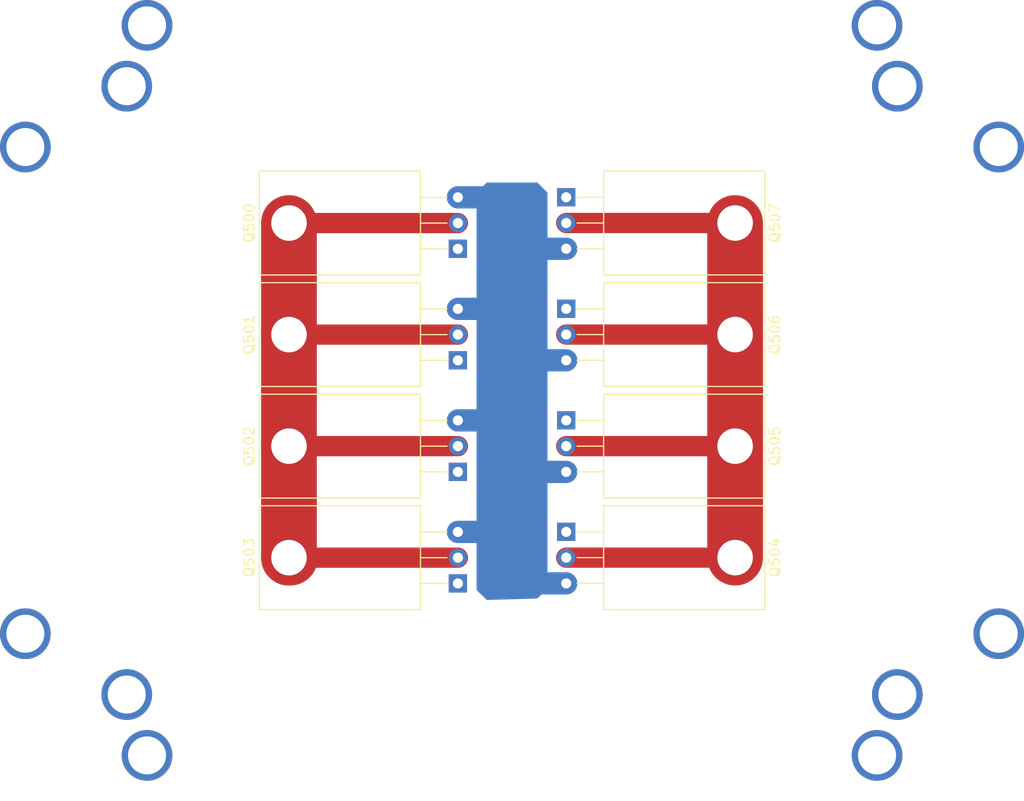
<source format=kicad_pcb>
(kicad_pcb (version 4) (host pcbnew 4.0.7)

  (general
    (links 0)
    (no_connects 1)
    (area 138.8476 51.8726 240.1524 129.9524)
    (thickness 1.6)
    (drawings 0)
    (tracks 23)
    (zones 0)
    (modules 9)
    (nets 11)
  )

  (page A4)
  (layers
    (0 F.Cu signal)
    (31 B.Cu signal)
    (32 B.Adhes user)
    (33 F.Adhes user)
    (34 B.Paste user)
    (35 F.Paste user)
    (36 B.SilkS user)
    (37 F.SilkS user)
    (38 B.Mask user)
    (39 F.Mask user)
    (40 Dwgs.User user)
    (41 Cmts.User user)
    (42 Eco1.User user)
    (43 Eco2.User user)
    (44 Edge.Cuts user)
    (45 Margin user)
    (46 B.CrtYd user)
    (47 F.CrtYd user)
    (48 B.Fab user)
    (49 F.Fab user)
  )

  (setup
    (last_trace_width 0.1524)
    (trace_clearance 0.1524)
    (zone_clearance 0.508)
    (zone_45_only no)
    (trace_min 0.1524)
    (segment_width 0.2)
    (edge_width 0.15)
    (via_size 0.6)
    (via_drill 0.3)
    (via_min_size 0.4)
    (via_min_drill 0.3)
    (uvia_size 0.3)
    (uvia_drill 0.1)
    (uvias_allowed no)
    (uvia_min_size 0.2)
    (uvia_min_drill 0.1)
    (pcb_text_width 0.3)
    (pcb_text_size 1.5 1.5)
    (mod_edge_width 0.15)
    (mod_text_size 1 1)
    (mod_text_width 0.15)
    (pad_size 1.524 1.524)
    (pad_drill 0.762)
    (pad_to_mask_clearance 0.2)
    (aux_axis_origin 0 0)
    (visible_elements 7FFFFFFF)
    (pcbplotparams
      (layerselection 0x00030_80000001)
      (usegerberextensions false)
      (excludeedgelayer true)
      (linewidth 0.100000)
      (plotframeref false)
      (viasonmask false)
      (mode 1)
      (useauxorigin false)
      (hpglpennumber 1)
      (hpglpenspeed 20)
      (hpglpendiameter 15)
      (hpglpenoverlay 2)
      (psnegative false)
      (psa4output false)
      (plotreference true)
      (plotvalue true)
      (plotinvisibletext false)
      (padsonsilk false)
      (subtractmaskfromsilk false)
      (outputformat 1)
      (mirror false)
      (drillshape 1)
      (scaleselection 1)
      (outputdirectory ""))
  )

  (net 0 "")
  (net 1 "Net-(Q500-Pad1)")
  (net 2 "Net-(Q501-Pad1)")
  (net 3 "Net-(Q502-Pad1)")
  (net 4 "Net-(Q503-Pad1)")
  (net 5 "Net-(Q504-Pad1)")
  (net 6 "Net-(Q505-Pad1)")
  (net 7 "Net-(Q506-Pad1)")
  (net 8 "Net-(Q507-Pad1)")
  (net 9 DUT+)
  (net 10 CURRENT_SENSE+)

  (net_class Default "This is the default net class."
    (clearance 0.1524)
    (trace_width 0.1524)
    (via_dia 0.6)
    (via_drill 0.3)
    (uvia_dia 0.3)
    (uvia_drill 0.1)
    (add_net CURRENT_SENSE+)
    (add_net DUT+)
    (add_net "Net-(Q500-Pad1)")
    (add_net "Net-(Q501-Pad1)")
    (add_net "Net-(Q502-Pad1)")
    (add_net "Net-(Q503-Pad1)")
    (add_net "Net-(Q504-Pad1)")
    (add_net "Net-(Q505-Pad1)")
    (add_net "Net-(Q506-Pad1)")
    (add_net "Net-(Q507-Pad1)")
  )

  (module pc_cooler_mount:PC_COOLER_MOUNT (layer F.Cu) (tedit 59A02E48) (tstamp 59A5D8DE)
    (at 189.5 91.3)
    (fp_text reference REF** (at 19.5 -38.5) (layer F.SilkS) hide
      (effects (font (size 1 1) (thickness 0.15)))
    )
    (fp_text value WATERCOOLER_MOUNT (at 25.5 -37) (layer F.Fab)
      (effects (font (size 1 1) (thickness 0.15)))
    )
    (fp_text user LGA775 (at 0 38.5) (layer F.Fab)
      (effects (font (size 3 3) (thickness 0.15)))
    )
    (fp_text user "HOT ZONE" (at 0 0) (layer F.Fab)
      (effects (font (size 4 4) (thickness 0.15)))
    )
    (fp_line (start 20.5 20.5) (end -20.5 20.5) (layer F.Fab) (width 0.15))
    (fp_line (start -48 -24) (end 48 -24) (layer F.Fab) (width 0.15))
    (fp_line (start -48 24) (end -48 -24) (layer F.Fab) (width 0.15))
    (fp_line (start -20.5 -20.5) (end -20.5 20.5) (layer F.Fab) (width 0.15))
    (fp_line (start -20.5 -20.5) (end 20.5 -20.5) (layer F.Fab) (width 0.15))
    (fp_line (start 20.5 20.5) (end 20.5 -20.5) (layer F.Fab) (width 0.15))
    (fp_line (start -48 24) (end 48 24) (layer F.Fab) (width 0.15))
    (fp_line (start 48 24) (end 48 -24) (layer F.Fab) (width 0.15))
    (fp_line (start -36 -36) (end 36 -36) (layer F.Fab) (width 0.15))
    (fp_line (start 36 36) (end -36 36) (layer F.Fab) (width 0.15))
    (fp_line (start 36 36) (end 36 -36) (layer F.Fab) (width 0.15))
    (fp_line (start -36 -36) (end -36 36) (layer F.Fab) (width 0.15))
    (fp_text user AM2/AM3 (at 0 26.5) (layer F.Fab)
      (effects (font (size 3 3) (thickness 0.15)))
    )
    (fp_line (start -38 -30) (end 38 -30) (layer F.Fab) (width 0.15))
    (fp_line (start 38 30) (end 38 -30) (layer F.Fab) (width 0.15))
    (fp_line (start -38 30) (end 38 30) (layer F.Fab) (width 0.15))
    (fp_line (start -38 30) (end -38 -30) (layer F.Fab) (width 0.15))
    (fp_text user "Socket 478" (at 0 32.5) (layer F.Fab)
      (effects (font (size 3 3) (thickness 0.15)))
    )
    (pad 1 thru_hole circle (at 48 -24) (size 5 5) (drill 3.75) (layers *.Cu *.Mask))
    (pad 1 thru_hole circle (at -48 -24) (size 5 5) (drill 3.75) (layers *.Cu *.Mask))
    (pad 1 thru_hole circle (at 48 24) (size 5 5) (drill 3.75) (layers *.Cu *.Mask))
    (pad 1 thru_hole circle (at -48 24) (size 5 5) (drill 3.75) (layers *.Cu *.Mask))
    (pad 1 thru_hole circle (at 36 -36) (size 5 5) (drill 3.75) (layers *.Cu *.Mask))
    (pad 1 thru_hole circle (at 36 36) (size 5 5) (drill 3.75) (layers *.Cu *.Mask))
    (pad 1 thru_hole circle (at -36 36) (size 5 5) (drill 3.75) (layers *.Cu *.Mask))
    (pad 1 thru_hole circle (at -36 -36) (size 5 5) (drill 3.75) (layers *.Cu *.Mask))
    (pad 1 thru_hole circle (at -38 30) (size 5 5) (drill 3.75) (layers *.Cu *.Mask))
    (pad 1 thru_hole circle (at 38 30) (size 5 5) (drill 3.75) (layers *.Cu *.Mask))
    (pad 1 thru_hole circle (at 38 -30) (size 5 5) (drill 3.75) (layers *.Cu *.Mask))
    (pad 1 thru_hole circle (at -38 -30) (size 5 5) (drill 3.75) (layers *.Cu *.Mask))
  )

  (module TO-220_plated_mount:TO-220_Horizontal (layer F.Cu) (tedit 59ACCCFB) (tstamp 59ADB39D)
    (at 184.16 77.34 90)
    (descr "TO-220, Horizontal, RM 2.54mm")
    (tags "TO-220 Horizontal RM 2.54mm")
    (path /59AB2D08)
    (fp_text reference Q500 (at 2.54 -20.58 90) (layer F.SilkS)
      (effects (font (size 1 1) (thickness 0.15)))
    )
    (fp_text value IRFZ24NPbF (at 2.54 1.9 90) (layer F.Fab)
      (effects (font (size 1 1) (thickness 0.15)))
    )
    (fp_text user %R (at 2.54 -20.58 90) (layer F.Fab)
      (effects (font (size 1 1) (thickness 0.15)))
    )
    (fp_line (start -2.46 -13.06) (end -2.46 -19.46) (layer F.Fab) (width 0.1))
    (fp_line (start -2.46 -19.46) (end 7.54 -19.46) (layer F.Fab) (width 0.1))
    (fp_line (start 7.54 -19.46) (end 7.54 -13.06) (layer F.Fab) (width 0.1))
    (fp_line (start 7.54 -13.06) (end -2.46 -13.06) (layer F.Fab) (width 0.1))
    (fp_line (start -2.46 -3.81) (end -2.46 -13.06) (layer F.Fab) (width 0.1))
    (fp_line (start -2.46 -13.06) (end 7.54 -13.06) (layer F.Fab) (width 0.1))
    (fp_line (start 7.54 -13.06) (end 7.54 -3.81) (layer F.Fab) (width 0.1))
    (fp_line (start 7.54 -3.81) (end -2.46 -3.81) (layer F.Fab) (width 0.1))
    (fp_line (start 0 -3.81) (end 0 0) (layer F.Fab) (width 0.1))
    (fp_line (start 2.54 -3.81) (end 2.54 0) (layer F.Fab) (width 0.1))
    (fp_line (start 5.08 -3.81) (end 5.08 0) (layer F.Fab) (width 0.1))
    (fp_line (start -2.58 -3.69) (end 7.66 -3.69) (layer F.SilkS) (width 0.12))
    (fp_line (start -2.58 -19.58) (end 7.66 -19.58) (layer F.SilkS) (width 0.12))
    (fp_line (start -2.58 -19.58) (end -2.58 -3.69) (layer F.SilkS) (width 0.12))
    (fp_line (start 7.66 -19.58) (end 7.66 -3.69) (layer F.SilkS) (width 0.12))
    (fp_line (start 0 -3.69) (end 0 -1.05) (layer F.SilkS) (width 0.12))
    (fp_line (start 2.54 -3.69) (end 2.54 -1.066) (layer F.SilkS) (width 0.12))
    (fp_line (start 5.08 -3.69) (end 5.08 -1.066) (layer F.SilkS) (width 0.12))
    (fp_line (start -2.71 -19.71) (end -2.71 1.15) (layer F.CrtYd) (width 0.05))
    (fp_line (start -2.71 1.15) (end 7.79 1.15) (layer F.CrtYd) (width 0.05))
    (fp_line (start 7.79 1.15) (end 7.79 -19.71) (layer F.CrtYd) (width 0.05))
    (fp_line (start 7.79 -19.71) (end -2.71 -19.71) (layer F.CrtYd) (width 0.05))
    (fp_circle (center 2.54 -16.66) (end 4.39 -16.66) (layer F.Fab) (width 0.1))
    (pad 4 thru_hole oval (at 2.54 -16.66 90) (size 3.5 3.5) (drill 3.5) (layers *.Cu *.Mask)
      (net 9 DUT+))
    (pad 1 thru_hole rect (at 0 0 90) (size 1.8 1.8) (drill 1) (layers *.Cu *.Mask)
      (net 1 "Net-(Q500-Pad1)"))
    (pad 2 thru_hole oval (at 2.54 0 90) (size 1.8 1.8) (drill 1) (layers *.Cu *.Mask)
      (net 9 DUT+))
    (pad 3 thru_hole oval (at 5.08 0 90) (size 1.8 1.8) (drill 1) (layers *.Cu *.Mask)
      (net 10 CURRENT_SENSE+))
    (model ${KISYS3DMOD}/TO_SOT_Packages_THT.3dshapes/TO-220_Horizontal.wrl
      (at (xyz 0.1 0 0))
      (scale (xyz 0.393701 0.393701 0.393701))
      (rotate (xyz 0 0 0))
    )
  )

  (module TO-220_plated_mount:TO-220_Horizontal (layer F.Cu) (tedit 59ACCCFB) (tstamp 59ADB3BD)
    (at 184.16 88.34 90)
    (descr "TO-220, Horizontal, RM 2.54mm")
    (tags "TO-220 Horizontal RM 2.54mm")
    (path /59ACCDAE)
    (fp_text reference Q501 (at 2.54 -20.58 90) (layer F.SilkS)
      (effects (font (size 1 1) (thickness 0.15)))
    )
    (fp_text value IRFZ24NPbF (at 2.54 1.9 90) (layer F.Fab)
      (effects (font (size 1 1) (thickness 0.15)))
    )
    (fp_text user %R (at 2.54 -20.58 90) (layer F.Fab)
      (effects (font (size 1 1) (thickness 0.15)))
    )
    (fp_line (start -2.46 -13.06) (end -2.46 -19.46) (layer F.Fab) (width 0.1))
    (fp_line (start -2.46 -19.46) (end 7.54 -19.46) (layer F.Fab) (width 0.1))
    (fp_line (start 7.54 -19.46) (end 7.54 -13.06) (layer F.Fab) (width 0.1))
    (fp_line (start 7.54 -13.06) (end -2.46 -13.06) (layer F.Fab) (width 0.1))
    (fp_line (start -2.46 -3.81) (end -2.46 -13.06) (layer F.Fab) (width 0.1))
    (fp_line (start -2.46 -13.06) (end 7.54 -13.06) (layer F.Fab) (width 0.1))
    (fp_line (start 7.54 -13.06) (end 7.54 -3.81) (layer F.Fab) (width 0.1))
    (fp_line (start 7.54 -3.81) (end -2.46 -3.81) (layer F.Fab) (width 0.1))
    (fp_line (start 0 -3.81) (end 0 0) (layer F.Fab) (width 0.1))
    (fp_line (start 2.54 -3.81) (end 2.54 0) (layer F.Fab) (width 0.1))
    (fp_line (start 5.08 -3.81) (end 5.08 0) (layer F.Fab) (width 0.1))
    (fp_line (start -2.58 -3.69) (end 7.66 -3.69) (layer F.SilkS) (width 0.12))
    (fp_line (start -2.58 -19.58) (end 7.66 -19.58) (layer F.SilkS) (width 0.12))
    (fp_line (start -2.58 -19.58) (end -2.58 -3.69) (layer F.SilkS) (width 0.12))
    (fp_line (start 7.66 -19.58) (end 7.66 -3.69) (layer F.SilkS) (width 0.12))
    (fp_line (start 0 -3.69) (end 0 -1.05) (layer F.SilkS) (width 0.12))
    (fp_line (start 2.54 -3.69) (end 2.54 -1.066) (layer F.SilkS) (width 0.12))
    (fp_line (start 5.08 -3.69) (end 5.08 -1.066) (layer F.SilkS) (width 0.12))
    (fp_line (start -2.71 -19.71) (end -2.71 1.15) (layer F.CrtYd) (width 0.05))
    (fp_line (start -2.71 1.15) (end 7.79 1.15) (layer F.CrtYd) (width 0.05))
    (fp_line (start 7.79 1.15) (end 7.79 -19.71) (layer F.CrtYd) (width 0.05))
    (fp_line (start 7.79 -19.71) (end -2.71 -19.71) (layer F.CrtYd) (width 0.05))
    (fp_circle (center 2.54 -16.66) (end 4.39 -16.66) (layer F.Fab) (width 0.1))
    (pad 4 thru_hole oval (at 2.54 -16.66 90) (size 3.5 3.5) (drill 3.5) (layers *.Cu *.Mask)
      (net 9 DUT+))
    (pad 1 thru_hole rect (at 0 0 90) (size 1.8 1.8) (drill 1) (layers *.Cu *.Mask)
      (net 2 "Net-(Q501-Pad1)"))
    (pad 2 thru_hole oval (at 2.54 0 90) (size 1.8 1.8) (drill 1) (layers *.Cu *.Mask)
      (net 9 DUT+))
    (pad 3 thru_hole oval (at 5.08 0 90) (size 1.8 1.8) (drill 1) (layers *.Cu *.Mask)
      (net 10 CURRENT_SENSE+))
    (model ${KISYS3DMOD}/TO_SOT_Packages_THT.3dshapes/TO-220_Horizontal.wrl
      (at (xyz 0.1 0 0))
      (scale (xyz 0.393701 0.393701 0.393701))
      (rotate (xyz 0 0 0))
    )
  )

  (module TO-220_plated_mount:TO-220_Horizontal (layer F.Cu) (tedit 59ACCCFB) (tstamp 59ADB3DD)
    (at 184.16 99.34 90)
    (descr "TO-220, Horizontal, RM 2.54mm")
    (tags "TO-220 Horizontal RM 2.54mm")
    (path /59ACCE36)
    (fp_text reference Q502 (at 2.54 -20.58 90) (layer F.SilkS)
      (effects (font (size 1 1) (thickness 0.15)))
    )
    (fp_text value IRFZ24NPbF (at 2.54 1.9 90) (layer F.Fab)
      (effects (font (size 1 1) (thickness 0.15)))
    )
    (fp_text user %R (at 2.54 -20.58 90) (layer F.Fab)
      (effects (font (size 1 1) (thickness 0.15)))
    )
    (fp_line (start -2.46 -13.06) (end -2.46 -19.46) (layer F.Fab) (width 0.1))
    (fp_line (start -2.46 -19.46) (end 7.54 -19.46) (layer F.Fab) (width 0.1))
    (fp_line (start 7.54 -19.46) (end 7.54 -13.06) (layer F.Fab) (width 0.1))
    (fp_line (start 7.54 -13.06) (end -2.46 -13.06) (layer F.Fab) (width 0.1))
    (fp_line (start -2.46 -3.81) (end -2.46 -13.06) (layer F.Fab) (width 0.1))
    (fp_line (start -2.46 -13.06) (end 7.54 -13.06) (layer F.Fab) (width 0.1))
    (fp_line (start 7.54 -13.06) (end 7.54 -3.81) (layer F.Fab) (width 0.1))
    (fp_line (start 7.54 -3.81) (end -2.46 -3.81) (layer F.Fab) (width 0.1))
    (fp_line (start 0 -3.81) (end 0 0) (layer F.Fab) (width 0.1))
    (fp_line (start 2.54 -3.81) (end 2.54 0) (layer F.Fab) (width 0.1))
    (fp_line (start 5.08 -3.81) (end 5.08 0) (layer F.Fab) (width 0.1))
    (fp_line (start -2.58 -3.69) (end 7.66 -3.69) (layer F.SilkS) (width 0.12))
    (fp_line (start -2.58 -19.58) (end 7.66 -19.58) (layer F.SilkS) (width 0.12))
    (fp_line (start -2.58 -19.58) (end -2.58 -3.69) (layer F.SilkS) (width 0.12))
    (fp_line (start 7.66 -19.58) (end 7.66 -3.69) (layer F.SilkS) (width 0.12))
    (fp_line (start 0 -3.69) (end 0 -1.05) (layer F.SilkS) (width 0.12))
    (fp_line (start 2.54 -3.69) (end 2.54 -1.066) (layer F.SilkS) (width 0.12))
    (fp_line (start 5.08 -3.69) (end 5.08 -1.066) (layer F.SilkS) (width 0.12))
    (fp_line (start -2.71 -19.71) (end -2.71 1.15) (layer F.CrtYd) (width 0.05))
    (fp_line (start -2.71 1.15) (end 7.79 1.15) (layer F.CrtYd) (width 0.05))
    (fp_line (start 7.79 1.15) (end 7.79 -19.71) (layer F.CrtYd) (width 0.05))
    (fp_line (start 7.79 -19.71) (end -2.71 -19.71) (layer F.CrtYd) (width 0.05))
    (fp_circle (center 2.54 -16.66) (end 4.39 -16.66) (layer F.Fab) (width 0.1))
    (pad 4 thru_hole oval (at 2.54 -16.66 90) (size 3.5 3.5) (drill 3.5) (layers *.Cu *.Mask)
      (net 9 DUT+))
    (pad 1 thru_hole rect (at 0 0 90) (size 1.8 1.8) (drill 1) (layers *.Cu *.Mask)
      (net 3 "Net-(Q502-Pad1)"))
    (pad 2 thru_hole oval (at 2.54 0 90) (size 1.8 1.8) (drill 1) (layers *.Cu *.Mask)
      (net 9 DUT+))
    (pad 3 thru_hole oval (at 5.08 0 90) (size 1.8 1.8) (drill 1) (layers *.Cu *.Mask)
      (net 10 CURRENT_SENSE+))
    (model ${KISYS3DMOD}/TO_SOT_Packages_THT.3dshapes/TO-220_Horizontal.wrl
      (at (xyz 0.1 0 0))
      (scale (xyz 0.393701 0.393701 0.393701))
      (rotate (xyz 0 0 0))
    )
  )

  (module TO-220_plated_mount:TO-220_Horizontal (layer F.Cu) (tedit 59ACCCFB) (tstamp 59ADB3FD)
    (at 184.16 110.34 90)
    (descr "TO-220, Horizontal, RM 2.54mm")
    (tags "TO-220 Horizontal RM 2.54mm")
    (path /59ACCE7B)
    (fp_text reference Q503 (at 2.54 -20.58 90) (layer F.SilkS)
      (effects (font (size 1 1) (thickness 0.15)))
    )
    (fp_text value IRFZ24NPbF (at 2.54 1.9 90) (layer F.Fab)
      (effects (font (size 1 1) (thickness 0.15)))
    )
    (fp_text user %R (at 2.54 -20.58 90) (layer F.Fab)
      (effects (font (size 1 1) (thickness 0.15)))
    )
    (fp_line (start -2.46 -13.06) (end -2.46 -19.46) (layer F.Fab) (width 0.1))
    (fp_line (start -2.46 -19.46) (end 7.54 -19.46) (layer F.Fab) (width 0.1))
    (fp_line (start 7.54 -19.46) (end 7.54 -13.06) (layer F.Fab) (width 0.1))
    (fp_line (start 7.54 -13.06) (end -2.46 -13.06) (layer F.Fab) (width 0.1))
    (fp_line (start -2.46 -3.81) (end -2.46 -13.06) (layer F.Fab) (width 0.1))
    (fp_line (start -2.46 -13.06) (end 7.54 -13.06) (layer F.Fab) (width 0.1))
    (fp_line (start 7.54 -13.06) (end 7.54 -3.81) (layer F.Fab) (width 0.1))
    (fp_line (start 7.54 -3.81) (end -2.46 -3.81) (layer F.Fab) (width 0.1))
    (fp_line (start 0 -3.81) (end 0 0) (layer F.Fab) (width 0.1))
    (fp_line (start 2.54 -3.81) (end 2.54 0) (layer F.Fab) (width 0.1))
    (fp_line (start 5.08 -3.81) (end 5.08 0) (layer F.Fab) (width 0.1))
    (fp_line (start -2.58 -3.69) (end 7.66 -3.69) (layer F.SilkS) (width 0.12))
    (fp_line (start -2.58 -19.58) (end 7.66 -19.58) (layer F.SilkS) (width 0.12))
    (fp_line (start -2.58 -19.58) (end -2.58 -3.69) (layer F.SilkS) (width 0.12))
    (fp_line (start 7.66 -19.58) (end 7.66 -3.69) (layer F.SilkS) (width 0.12))
    (fp_line (start 0 -3.69) (end 0 -1.05) (layer F.SilkS) (width 0.12))
    (fp_line (start 2.54 -3.69) (end 2.54 -1.066) (layer F.SilkS) (width 0.12))
    (fp_line (start 5.08 -3.69) (end 5.08 -1.066) (layer F.SilkS) (width 0.12))
    (fp_line (start -2.71 -19.71) (end -2.71 1.15) (layer F.CrtYd) (width 0.05))
    (fp_line (start -2.71 1.15) (end 7.79 1.15) (layer F.CrtYd) (width 0.05))
    (fp_line (start 7.79 1.15) (end 7.79 -19.71) (layer F.CrtYd) (width 0.05))
    (fp_line (start 7.79 -19.71) (end -2.71 -19.71) (layer F.CrtYd) (width 0.05))
    (fp_circle (center 2.54 -16.66) (end 4.39 -16.66) (layer F.Fab) (width 0.1))
    (pad 4 thru_hole oval (at 2.54 -16.66 90) (size 3.5 3.5) (drill 3.5) (layers *.Cu *.Mask)
      (net 9 DUT+))
    (pad 1 thru_hole rect (at 0 0 90) (size 1.8 1.8) (drill 1) (layers *.Cu *.Mask)
      (net 4 "Net-(Q503-Pad1)"))
    (pad 2 thru_hole oval (at 2.54 0 90) (size 1.8 1.8) (drill 1) (layers *.Cu *.Mask)
      (net 9 DUT+))
    (pad 3 thru_hole oval (at 5.08 0 90) (size 1.8 1.8) (drill 1) (layers *.Cu *.Mask)
      (net 10 CURRENT_SENSE+))
    (model ${KISYS3DMOD}/TO_SOT_Packages_THT.3dshapes/TO-220_Horizontal.wrl
      (at (xyz 0.1 0 0))
      (scale (xyz 0.393701 0.393701 0.393701))
      (rotate (xyz 0 0 0))
    )
  )

  (module TO-220_plated_mount:TO-220_Horizontal (layer F.Cu) (tedit 59ACCCFB) (tstamp 59ADB41D)
    (at 194.84 105.255 270)
    (descr "TO-220, Horizontal, RM 2.54mm")
    (tags "TO-220 Horizontal RM 2.54mm")
    (path /59ACCF2E)
    (fp_text reference Q504 (at 2.54 -20.58 270) (layer F.SilkS)
      (effects (font (size 1 1) (thickness 0.15)))
    )
    (fp_text value IRFZ24NPbF (at 2.54 1.9 270) (layer F.Fab)
      (effects (font (size 1 1) (thickness 0.15)))
    )
    (fp_text user %R (at 2.54 -20.58 270) (layer F.Fab)
      (effects (font (size 1 1) (thickness 0.15)))
    )
    (fp_line (start -2.46 -13.06) (end -2.46 -19.46) (layer F.Fab) (width 0.1))
    (fp_line (start -2.46 -19.46) (end 7.54 -19.46) (layer F.Fab) (width 0.1))
    (fp_line (start 7.54 -19.46) (end 7.54 -13.06) (layer F.Fab) (width 0.1))
    (fp_line (start 7.54 -13.06) (end -2.46 -13.06) (layer F.Fab) (width 0.1))
    (fp_line (start -2.46 -3.81) (end -2.46 -13.06) (layer F.Fab) (width 0.1))
    (fp_line (start -2.46 -13.06) (end 7.54 -13.06) (layer F.Fab) (width 0.1))
    (fp_line (start 7.54 -13.06) (end 7.54 -3.81) (layer F.Fab) (width 0.1))
    (fp_line (start 7.54 -3.81) (end -2.46 -3.81) (layer F.Fab) (width 0.1))
    (fp_line (start 0 -3.81) (end 0 0) (layer F.Fab) (width 0.1))
    (fp_line (start 2.54 -3.81) (end 2.54 0) (layer F.Fab) (width 0.1))
    (fp_line (start 5.08 -3.81) (end 5.08 0) (layer F.Fab) (width 0.1))
    (fp_line (start -2.58 -3.69) (end 7.66 -3.69) (layer F.SilkS) (width 0.12))
    (fp_line (start -2.58 -19.58) (end 7.66 -19.58) (layer F.SilkS) (width 0.12))
    (fp_line (start -2.58 -19.58) (end -2.58 -3.69) (layer F.SilkS) (width 0.12))
    (fp_line (start 7.66 -19.58) (end 7.66 -3.69) (layer F.SilkS) (width 0.12))
    (fp_line (start 0 -3.69) (end 0 -1.05) (layer F.SilkS) (width 0.12))
    (fp_line (start 2.54 -3.69) (end 2.54 -1.066) (layer F.SilkS) (width 0.12))
    (fp_line (start 5.08 -3.69) (end 5.08 -1.066) (layer F.SilkS) (width 0.12))
    (fp_line (start -2.71 -19.71) (end -2.71 1.15) (layer F.CrtYd) (width 0.05))
    (fp_line (start -2.71 1.15) (end 7.79 1.15) (layer F.CrtYd) (width 0.05))
    (fp_line (start 7.79 1.15) (end 7.79 -19.71) (layer F.CrtYd) (width 0.05))
    (fp_line (start 7.79 -19.71) (end -2.71 -19.71) (layer F.CrtYd) (width 0.05))
    (fp_circle (center 2.54 -16.66) (end 4.39 -16.66) (layer F.Fab) (width 0.1))
    (pad 4 thru_hole oval (at 2.54 -16.66 270) (size 3.5 3.5) (drill 3.5) (layers *.Cu *.Mask)
      (net 9 DUT+))
    (pad 1 thru_hole rect (at 0 0 270) (size 1.8 1.8) (drill 1) (layers *.Cu *.Mask)
      (net 5 "Net-(Q504-Pad1)"))
    (pad 2 thru_hole oval (at 2.54 0 270) (size 1.8 1.8) (drill 1) (layers *.Cu *.Mask)
      (net 9 DUT+))
    (pad 3 thru_hole oval (at 5.08 0 270) (size 1.8 1.8) (drill 1) (layers *.Cu *.Mask)
      (net 10 CURRENT_SENSE+))
    (model ${KISYS3DMOD}/TO_SOT_Packages_THT.3dshapes/TO-220_Horizontal.wrl
      (at (xyz 0.1 0 0))
      (scale (xyz 0.393701 0.393701 0.393701))
      (rotate (xyz 0 0 0))
    )
  )

  (module TO-220_plated_mount:TO-220_Horizontal (layer F.Cu) (tedit 59ACCCFB) (tstamp 59ADB43D)
    (at 194.84 94.26 270)
    (descr "TO-220, Horizontal, RM 2.54mm")
    (tags "TO-220 Horizontal RM 2.54mm")
    (path /59ACCFED)
    (fp_text reference Q505 (at 2.54 -20.58 270) (layer F.SilkS)
      (effects (font (size 1 1) (thickness 0.15)))
    )
    (fp_text value IRFZ24NPbF (at 2.54 1.9 270) (layer F.Fab)
      (effects (font (size 1 1) (thickness 0.15)))
    )
    (fp_text user %R (at 2.54 -20.58 270) (layer F.Fab)
      (effects (font (size 1 1) (thickness 0.15)))
    )
    (fp_line (start -2.46 -13.06) (end -2.46 -19.46) (layer F.Fab) (width 0.1))
    (fp_line (start -2.46 -19.46) (end 7.54 -19.46) (layer F.Fab) (width 0.1))
    (fp_line (start 7.54 -19.46) (end 7.54 -13.06) (layer F.Fab) (width 0.1))
    (fp_line (start 7.54 -13.06) (end -2.46 -13.06) (layer F.Fab) (width 0.1))
    (fp_line (start -2.46 -3.81) (end -2.46 -13.06) (layer F.Fab) (width 0.1))
    (fp_line (start -2.46 -13.06) (end 7.54 -13.06) (layer F.Fab) (width 0.1))
    (fp_line (start 7.54 -13.06) (end 7.54 -3.81) (layer F.Fab) (width 0.1))
    (fp_line (start 7.54 -3.81) (end -2.46 -3.81) (layer F.Fab) (width 0.1))
    (fp_line (start 0 -3.81) (end 0 0) (layer F.Fab) (width 0.1))
    (fp_line (start 2.54 -3.81) (end 2.54 0) (layer F.Fab) (width 0.1))
    (fp_line (start 5.08 -3.81) (end 5.08 0) (layer F.Fab) (width 0.1))
    (fp_line (start -2.58 -3.69) (end 7.66 -3.69) (layer F.SilkS) (width 0.12))
    (fp_line (start -2.58 -19.58) (end 7.66 -19.58) (layer F.SilkS) (width 0.12))
    (fp_line (start -2.58 -19.58) (end -2.58 -3.69) (layer F.SilkS) (width 0.12))
    (fp_line (start 7.66 -19.58) (end 7.66 -3.69) (layer F.SilkS) (width 0.12))
    (fp_line (start 0 -3.69) (end 0 -1.05) (layer F.SilkS) (width 0.12))
    (fp_line (start 2.54 -3.69) (end 2.54 -1.066) (layer F.SilkS) (width 0.12))
    (fp_line (start 5.08 -3.69) (end 5.08 -1.066) (layer F.SilkS) (width 0.12))
    (fp_line (start -2.71 -19.71) (end -2.71 1.15) (layer F.CrtYd) (width 0.05))
    (fp_line (start -2.71 1.15) (end 7.79 1.15) (layer F.CrtYd) (width 0.05))
    (fp_line (start 7.79 1.15) (end 7.79 -19.71) (layer F.CrtYd) (width 0.05))
    (fp_line (start 7.79 -19.71) (end -2.71 -19.71) (layer F.CrtYd) (width 0.05))
    (fp_circle (center 2.54 -16.66) (end 4.39 -16.66) (layer F.Fab) (width 0.1))
    (pad 4 thru_hole oval (at 2.54 -16.66 270) (size 3.5 3.5) (drill 3.5) (layers *.Cu *.Mask)
      (net 9 DUT+))
    (pad 1 thru_hole rect (at 0 0 270) (size 1.8 1.8) (drill 1) (layers *.Cu *.Mask)
      (net 6 "Net-(Q505-Pad1)"))
    (pad 2 thru_hole oval (at 2.54 0 270) (size 1.8 1.8) (drill 1) (layers *.Cu *.Mask)
      (net 9 DUT+))
    (pad 3 thru_hole oval (at 5.08 0 270) (size 1.8 1.8) (drill 1) (layers *.Cu *.Mask)
      (net 10 CURRENT_SENSE+))
    (model ${KISYS3DMOD}/TO_SOT_Packages_THT.3dshapes/TO-220_Horizontal.wrl
      (at (xyz 0.1 0 0))
      (scale (xyz 0.393701 0.393701 0.393701))
      (rotate (xyz 0 0 0))
    )
  )

  (module TO-220_plated_mount:TO-220_Horizontal (layer F.Cu) (tedit 59ACCCFB) (tstamp 59ADB45D)
    (at 194.84 83.255 270)
    (descr "TO-220, Horizontal, RM 2.54mm")
    (tags "TO-220 Horizontal RM 2.54mm")
    (path /59ACD0C3)
    (fp_text reference Q506 (at 2.54 -20.58 270) (layer F.SilkS)
      (effects (font (size 1 1) (thickness 0.15)))
    )
    (fp_text value IRFZ24NPbF (at 2.54 1.9 270) (layer F.Fab)
      (effects (font (size 1 1) (thickness 0.15)))
    )
    (fp_text user %R (at 2.54 -20.58 270) (layer F.Fab)
      (effects (font (size 1 1) (thickness 0.15)))
    )
    (fp_line (start -2.46 -13.06) (end -2.46 -19.46) (layer F.Fab) (width 0.1))
    (fp_line (start -2.46 -19.46) (end 7.54 -19.46) (layer F.Fab) (width 0.1))
    (fp_line (start 7.54 -19.46) (end 7.54 -13.06) (layer F.Fab) (width 0.1))
    (fp_line (start 7.54 -13.06) (end -2.46 -13.06) (layer F.Fab) (width 0.1))
    (fp_line (start -2.46 -3.81) (end -2.46 -13.06) (layer F.Fab) (width 0.1))
    (fp_line (start -2.46 -13.06) (end 7.54 -13.06) (layer F.Fab) (width 0.1))
    (fp_line (start 7.54 -13.06) (end 7.54 -3.81) (layer F.Fab) (width 0.1))
    (fp_line (start 7.54 -3.81) (end -2.46 -3.81) (layer F.Fab) (width 0.1))
    (fp_line (start 0 -3.81) (end 0 0) (layer F.Fab) (width 0.1))
    (fp_line (start 2.54 -3.81) (end 2.54 0) (layer F.Fab) (width 0.1))
    (fp_line (start 5.08 -3.81) (end 5.08 0) (layer F.Fab) (width 0.1))
    (fp_line (start -2.58 -3.69) (end 7.66 -3.69) (layer F.SilkS) (width 0.12))
    (fp_line (start -2.58 -19.58) (end 7.66 -19.58) (layer F.SilkS) (width 0.12))
    (fp_line (start -2.58 -19.58) (end -2.58 -3.69) (layer F.SilkS) (width 0.12))
    (fp_line (start 7.66 -19.58) (end 7.66 -3.69) (layer F.SilkS) (width 0.12))
    (fp_line (start 0 -3.69) (end 0 -1.05) (layer F.SilkS) (width 0.12))
    (fp_line (start 2.54 -3.69) (end 2.54 -1.066) (layer F.SilkS) (width 0.12))
    (fp_line (start 5.08 -3.69) (end 5.08 -1.066) (layer F.SilkS) (width 0.12))
    (fp_line (start -2.71 -19.71) (end -2.71 1.15) (layer F.CrtYd) (width 0.05))
    (fp_line (start -2.71 1.15) (end 7.79 1.15) (layer F.CrtYd) (width 0.05))
    (fp_line (start 7.79 1.15) (end 7.79 -19.71) (layer F.CrtYd) (width 0.05))
    (fp_line (start 7.79 -19.71) (end -2.71 -19.71) (layer F.CrtYd) (width 0.05))
    (fp_circle (center 2.54 -16.66) (end 4.39 -16.66) (layer F.Fab) (width 0.1))
    (pad 4 thru_hole oval (at 2.54 -16.66 270) (size 3.5 3.5) (drill 3.5) (layers *.Cu *.Mask)
      (net 9 DUT+))
    (pad 1 thru_hole rect (at 0 0 270) (size 1.8 1.8) (drill 1) (layers *.Cu *.Mask)
      (net 7 "Net-(Q506-Pad1)"))
    (pad 2 thru_hole oval (at 2.54 0 270) (size 1.8 1.8) (drill 1) (layers *.Cu *.Mask)
      (net 9 DUT+))
    (pad 3 thru_hole oval (at 5.08 0 270) (size 1.8 1.8) (drill 1) (layers *.Cu *.Mask)
      (net 10 CURRENT_SENSE+))
    (model ${KISYS3DMOD}/TO_SOT_Packages_THT.3dshapes/TO-220_Horizontal.wrl
      (at (xyz 0.1 0 0))
      (scale (xyz 0.393701 0.393701 0.393701))
      (rotate (xyz 0 0 0))
    )
  )

  (module TO-220_plated_mount:TO-220_Horizontal (layer F.Cu) (tedit 59ACCCFB) (tstamp 59ADB47D)
    (at 194.84 72.255 270)
    (descr "TO-220, Horizontal, RM 2.54mm")
    (tags "TO-220 Horizontal RM 2.54mm")
    (path /59ACD0F8)
    (fp_text reference Q507 (at 2.54 -20.58 270) (layer F.SilkS)
      (effects (font (size 1 1) (thickness 0.15)))
    )
    (fp_text value IRFZ24NPbF (at 2.54 1.9 270) (layer F.Fab)
      (effects (font (size 1 1) (thickness 0.15)))
    )
    (fp_text user %R (at 2.54 -20.58 270) (layer F.Fab)
      (effects (font (size 1 1) (thickness 0.15)))
    )
    (fp_line (start -2.46 -13.06) (end -2.46 -19.46) (layer F.Fab) (width 0.1))
    (fp_line (start -2.46 -19.46) (end 7.54 -19.46) (layer F.Fab) (width 0.1))
    (fp_line (start 7.54 -19.46) (end 7.54 -13.06) (layer F.Fab) (width 0.1))
    (fp_line (start 7.54 -13.06) (end -2.46 -13.06) (layer F.Fab) (width 0.1))
    (fp_line (start -2.46 -3.81) (end -2.46 -13.06) (layer F.Fab) (width 0.1))
    (fp_line (start -2.46 -13.06) (end 7.54 -13.06) (layer F.Fab) (width 0.1))
    (fp_line (start 7.54 -13.06) (end 7.54 -3.81) (layer F.Fab) (width 0.1))
    (fp_line (start 7.54 -3.81) (end -2.46 -3.81) (layer F.Fab) (width 0.1))
    (fp_line (start 0 -3.81) (end 0 0) (layer F.Fab) (width 0.1))
    (fp_line (start 2.54 -3.81) (end 2.54 0) (layer F.Fab) (width 0.1))
    (fp_line (start 5.08 -3.81) (end 5.08 0) (layer F.Fab) (width 0.1))
    (fp_line (start -2.58 -3.69) (end 7.66 -3.69) (layer F.SilkS) (width 0.12))
    (fp_line (start -2.58 -19.58) (end 7.66 -19.58) (layer F.SilkS) (width 0.12))
    (fp_line (start -2.58 -19.58) (end -2.58 -3.69) (layer F.SilkS) (width 0.12))
    (fp_line (start 7.66 -19.58) (end 7.66 -3.69) (layer F.SilkS) (width 0.12))
    (fp_line (start 0 -3.69) (end 0 -1.05) (layer F.SilkS) (width 0.12))
    (fp_line (start 2.54 -3.69) (end 2.54 -1.066) (layer F.SilkS) (width 0.12))
    (fp_line (start 5.08 -3.69) (end 5.08 -1.066) (layer F.SilkS) (width 0.12))
    (fp_line (start -2.71 -19.71) (end -2.71 1.15) (layer F.CrtYd) (width 0.05))
    (fp_line (start -2.71 1.15) (end 7.79 1.15) (layer F.CrtYd) (width 0.05))
    (fp_line (start 7.79 1.15) (end 7.79 -19.71) (layer F.CrtYd) (width 0.05))
    (fp_line (start 7.79 -19.71) (end -2.71 -19.71) (layer F.CrtYd) (width 0.05))
    (fp_circle (center 2.54 -16.66) (end 4.39 -16.66) (layer F.Fab) (width 0.1))
    (pad 4 thru_hole oval (at 2.54 -16.66 270) (size 3.5 3.5) (drill 3.5) (layers *.Cu *.Mask)
      (net 9 DUT+))
    (pad 1 thru_hole rect (at 0 0 270) (size 1.8 1.8) (drill 1) (layers *.Cu *.Mask)
      (net 8 "Net-(Q507-Pad1)"))
    (pad 2 thru_hole oval (at 2.54 0 270) (size 1.8 1.8) (drill 1) (layers *.Cu *.Mask)
      (net 9 DUT+))
    (pad 3 thru_hole oval (at 5.08 0 270) (size 1.8 1.8) (drill 1) (layers *.Cu *.Mask)
      (net 10 CURRENT_SENSE+))
    (model ${KISYS3DMOD}/TO_SOT_Packages_THT.3dshapes/TO-220_Horizontal.wrl
      (at (xyz 0.1 0 0))
      (scale (xyz 0.393701 0.393701 0.393701))
      (rotate (xyz 0 0 0))
    )
  )

  (segment (start 167.6 107.8) (end 167.5 107.8) (width 5.5) (layer F.Cu) (net 9))
  (segment (start 211.5 85.795) (end 211.5 74.795) (width 5.5) (layer F.Cu) (net 9))
  (segment (start 211.5 96.8) (end 211.5 85.795) (width 5.5) (layer F.Cu) (net 9))
  (segment (start 211.5 107.795) (end 211.5 96.8) (width 5.5) (layer F.Cu) (net 9))
  (segment (start 167.5 96.8) (end 167.5 107.8) (width 5.5) (layer F.Cu) (net 9))
  (segment (start 167.5 85.8) (end 167.5 96.8) (width 5.5) (layer F.Cu) (net 9))
  (segment (start 167.5 74.8) (end 167.5 85.8) (width 5.5) (layer F.Cu) (net 9))
  (segment (start 194.84 74.795) (end 211.5 74.795) (width 2) (layer F.Cu) (net 9))
  (segment (start 194.84 85.795) (end 211.5 85.795) (width 2) (layer F.Cu) (net 9))
  (segment (start 194.84 96.8) (end 211.5 96.8) (width 2) (layer F.Cu) (net 9))
  (segment (start 194.84 107.795) (end 211.5 107.795) (width 2) (layer F.Cu) (net 9))
  (segment (start 184.16 107.8) (end 167.5 107.8) (width 2) (layer F.Cu) (net 9))
  (segment (start 184.16 96.8) (end 167.5 96.8) (width 2) (layer F.Cu) (net 9))
  (segment (start 184.16 85.8) (end 167.5 85.8) (width 2) (layer F.Cu) (net 9))
  (segment (start 184.16 74.8) (end 167.5 74.8) (width 2) (layer F.Cu) (net 9))
  (segment (start 194.84 110.335) (end 190.535 110.335) (width 2.2) (layer B.Cu) (net 10))
  (segment (start 184.16 105.26) (end 186.46 105.26) (width 2.2) (layer B.Cu) (net 10))
  (segment (start 194.84 99.34) (end 190.66 99.34) (width 2.2) (layer B.Cu) (net 10))
  (segment (start 184.16 94.26) (end 188.66 94.26) (width 2.2) (layer B.Cu) (net 10))
  (segment (start 194.84 88.335) (end 192.065 88.335) (width 2.2) (layer B.Cu) (net 10))
  (segment (start 184.16 83.26) (end 187.86 83.26) (width 2.2) (layer B.Cu) (net 10))
  (segment (start 194.84 77.335) (end 190.065 77.335) (width 2.2) (layer B.Cu) (net 10))
  (segment (start 184.16 72.26) (end 188.46 72.26) (width 2.2) (layer B.Cu) (net 10))

  (zone (net 10) (net_name CURRENT_SENSE+) (layer B.Cu) (tstamp 0) (hatch edge 0.508)
    (priority 10)
    (connect_pads (clearance 0.508))
    (min_thickness 0.254)
    (fill yes (arc_segments 16) (thermal_gap 1) (thermal_bridge_width 2) (smoothing chamfer) (radius 1))
    (polygon
      (pts
        (xy 186 70.8) (xy 193 70.8) (xy 193 111.8) (xy 186 112)
      )
    )
    (filled_polygon
      (pts
        (xy 192.873 71.852606) (xy 192.873 110.748454) (xy 191.945256 111.703084) (xy 187.049614 111.842959) (xy 186.127 110.946329)
        (xy 186.127 71.852606) (xy 187.052606 70.927) (xy 191.947394 70.927)
      )
    )
  )
  (zone (net 0) (net_name "") (layer F.Mask) (tstamp 0) (hatch edge 0.508)
    (priority 10)
    (connect_pads (clearance 0.508))
    (min_thickness 0.254)
    (fill yes (arc_segments 16) (thermal_gap 1) (thermal_bridge_width 2) (smoothing chamfer) (radius 1))
    (polygon
      (pts
        (xy 170.2 110.2) (xy 170.2 72) (xy 164.6 72) (xy 164.6 110.2)
      )
    )
    (filled_polygon
      (pts
        (xy 170.073 73.052606) (xy 170.073 109.147394) (xy 169.147394 110.073) (xy 165.652606 110.073) (xy 164.727 109.147394)
        (xy 164.727 73.052606) (xy 165.652606 72.127) (xy 169.147394 72.127)
      )
    )
  )
  (zone (net 0) (net_name "") (layer F.Mask) (tstamp 59B1EB1D) (hatch edge 0.508)
    (priority 10)
    (connect_pads (clearance 0.508))
    (min_thickness 0.254)
    (fill yes (arc_segments 16) (thermal_gap 1) (thermal_bridge_width 2) (smoothing chamfer) (radius 1))
    (polygon
      (pts
        (xy 214.322941 110.2) (xy 214.322941 72) (xy 208.722941 72) (xy 208.722941 110.2)
      )
    )
    (filled_polygon
      (pts
        (xy 214.195941 73.052606) (xy 214.195941 109.147394) (xy 213.270335 110.073) (xy 209.775547 110.073) (xy 208.849941 109.147394)
        (xy 208.849941 73.052606) (xy 209.775547 72.127) (xy 213.270335 72.127)
      )
    )
  )
)

</source>
